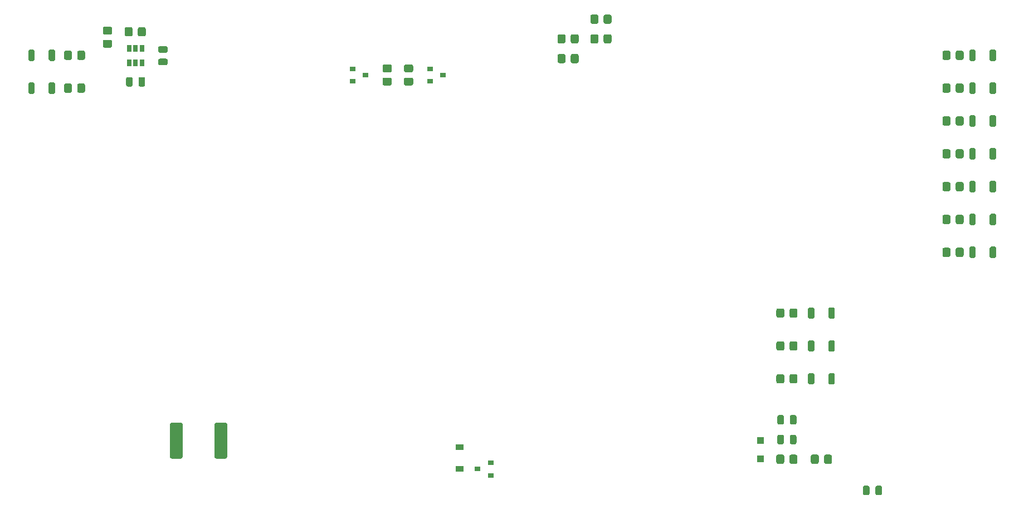
<source format=gbr>
G04 #@! TF.GenerationSoftware,KiCad,Pcbnew,(5.1.9-0-10_14)*
G04 #@! TF.CreationDate,2021-03-25T00:39:28-05:00*
G04 #@! TF.ProjectId,ClimateSprinklerController,436c696d-6174-4655-9370-72696e6b6c65,rev?*
G04 #@! TF.SameCoordinates,Original*
G04 #@! TF.FileFunction,Paste,Bot*
G04 #@! TF.FilePolarity,Positive*
%FSLAX46Y46*%
G04 Gerber Fmt 4.6, Leading zero omitted, Abs format (unit mm)*
G04 Created by KiCad (PCBNEW (5.1.9-0-10_14)) date 2021-03-25 00:39:28*
%MOMM*%
%LPD*%
G01*
G04 APERTURE LIST*
%ADD10R,1.100000X1.100000*%
%ADD11R,0.650000X1.060000*%
%ADD12R,0.900000X0.800000*%
%ADD13R,1.200000X0.900000*%
G04 APERTURE END LIST*
G36*
G01*
X88950001Y-56100000D02*
X88049999Y-56100000D01*
G75*
G02*
X87800000Y-55850001I0J249999D01*
G01*
X87800000Y-55149999D01*
G75*
G02*
X88049999Y-54900000I249999J0D01*
G01*
X88950001Y-54900000D01*
G75*
G02*
X89200000Y-55149999I0J-249999D01*
G01*
X89200000Y-55850001D01*
G75*
G02*
X88950001Y-56100000I-249999J0D01*
G01*
G37*
G36*
G01*
X88950001Y-58100000D02*
X88049999Y-58100000D01*
G75*
G02*
X87800000Y-57850001I0J249999D01*
G01*
X87800000Y-57149999D01*
G75*
G02*
X88049999Y-56900000I249999J0D01*
G01*
X88950001Y-56900000D01*
G75*
G02*
X89200000Y-57149999I0J-249999D01*
G01*
X89200000Y-57850001D01*
G75*
G02*
X88950001Y-58100000I-249999J0D01*
G01*
G37*
G36*
G01*
X163100000Y-56299999D02*
X163100000Y-57200001D01*
G75*
G02*
X162850001Y-57450000I-249999J0D01*
G01*
X162149999Y-57450000D01*
G75*
G02*
X161900000Y-57200001I0J249999D01*
G01*
X161900000Y-56299999D01*
G75*
G02*
X162149999Y-56050000I249999J0D01*
G01*
X162850001Y-56050000D01*
G75*
G02*
X163100000Y-56299999I0J-249999D01*
G01*
G37*
G36*
G01*
X165100000Y-56299999D02*
X165100000Y-57200001D01*
G75*
G02*
X164850001Y-57450000I-249999J0D01*
G01*
X164149999Y-57450000D01*
G75*
G02*
X163900000Y-57200001I0J249999D01*
G01*
X163900000Y-56299999D01*
G75*
G02*
X164149999Y-56050000I249999J0D01*
G01*
X164850001Y-56050000D01*
G75*
G02*
X165100000Y-56299999I0J-249999D01*
G01*
G37*
D10*
X187750000Y-120650000D03*
X187750000Y-117850000D03*
G36*
G01*
X85100000Y-58799999D02*
X85100000Y-59700001D01*
G75*
G02*
X84850001Y-59950000I-249999J0D01*
G01*
X84149999Y-59950000D01*
G75*
G02*
X83900000Y-59700001I0J249999D01*
G01*
X83900000Y-58799999D01*
G75*
G02*
X84149999Y-58550000I249999J0D01*
G01*
X84850001Y-58550000D01*
G75*
G02*
X85100000Y-58799999I0J-249999D01*
G01*
G37*
G36*
G01*
X83100000Y-58799999D02*
X83100000Y-59700001D01*
G75*
G02*
X82850001Y-59950000I-249999J0D01*
G01*
X82149999Y-59950000D01*
G75*
G02*
X81900000Y-59700001I0J249999D01*
G01*
X81900000Y-58799999D01*
G75*
G02*
X82149999Y-58550000I249999J0D01*
G01*
X82850001Y-58550000D01*
G75*
G02*
X83100000Y-58799999I0J-249999D01*
G01*
G37*
G36*
G01*
X191350000Y-98049999D02*
X191350000Y-98950001D01*
G75*
G02*
X191100001Y-99200000I-249999J0D01*
G01*
X190399999Y-99200000D01*
G75*
G02*
X190150000Y-98950001I0J249999D01*
G01*
X190150000Y-98049999D01*
G75*
G02*
X190399999Y-97800000I249999J0D01*
G01*
X191100001Y-97800000D01*
G75*
G02*
X191350000Y-98049999I0J-249999D01*
G01*
G37*
G36*
G01*
X193350000Y-98049999D02*
X193350000Y-98950001D01*
G75*
G02*
X193100001Y-99200000I-249999J0D01*
G01*
X192399999Y-99200000D01*
G75*
G02*
X192150000Y-98950001I0J249999D01*
G01*
X192150000Y-98049999D01*
G75*
G02*
X192399999Y-97800000I249999J0D01*
G01*
X193100001Y-97800000D01*
G75*
G02*
X193350000Y-98049999I0J-249999D01*
G01*
G37*
G36*
G01*
X198075000Y-99185000D02*
X198075000Y-97815000D01*
G75*
G02*
X198265000Y-97625000I190000J0D01*
G01*
X198835000Y-97625000D01*
G75*
G02*
X199025000Y-97815000I0J-190000D01*
G01*
X199025000Y-99185000D01*
G75*
G02*
X198835000Y-99375000I-190000J0D01*
G01*
X198265000Y-99375000D01*
G75*
G02*
X198075000Y-99185000I0J190000D01*
G01*
G37*
G36*
G01*
X194975000Y-99185000D02*
X194975000Y-97815000D01*
G75*
G02*
X195165000Y-97625000I190000J0D01*
G01*
X195735000Y-97625000D01*
G75*
G02*
X195925000Y-97815000I0J-190000D01*
G01*
X195925000Y-99185000D01*
G75*
G02*
X195735000Y-99375000I-190000J0D01*
G01*
X195165000Y-99375000D01*
G75*
G02*
X194975000Y-99185000I0J190000D01*
G01*
G37*
D11*
X92770000Y-58215000D03*
X93720000Y-58215000D03*
X91820000Y-58215000D03*
X91820000Y-60415000D03*
X92770000Y-60415000D03*
X93720000Y-60415000D03*
G36*
G01*
X93120000Y-56125001D02*
X93120000Y-55224999D01*
G75*
G02*
X93369999Y-54975000I249999J0D01*
G01*
X94070001Y-54975000D01*
G75*
G02*
X94320000Y-55224999I0J-249999D01*
G01*
X94320000Y-56125001D01*
G75*
G02*
X94070001Y-56375000I-249999J0D01*
G01*
X93369999Y-56375000D01*
G75*
G02*
X93120000Y-56125001I0J249999D01*
G01*
G37*
G36*
G01*
X91120000Y-56125001D02*
X91120000Y-55224999D01*
G75*
G02*
X91369999Y-54975000I249999J0D01*
G01*
X92070001Y-54975000D01*
G75*
G02*
X92320000Y-55224999I0J-249999D01*
G01*
X92320000Y-56125001D01*
G75*
G02*
X92070001Y-56375000I-249999J0D01*
G01*
X91369999Y-56375000D01*
G75*
G02*
X91120000Y-56125001I0J249999D01*
G01*
G37*
G36*
G01*
X96450000Y-57865000D02*
X97400000Y-57865000D01*
G75*
G02*
X97650000Y-58115000I0J-250000D01*
G01*
X97650000Y-58615000D01*
G75*
G02*
X97400000Y-58865000I-250000J0D01*
G01*
X96450000Y-58865000D01*
G75*
G02*
X96200000Y-58615000I0J250000D01*
G01*
X96200000Y-58115000D01*
G75*
G02*
X96450000Y-57865000I250000J0D01*
G01*
G37*
G36*
G01*
X96450000Y-59765000D02*
X97400000Y-59765000D01*
G75*
G02*
X97650000Y-60015000I0J-250000D01*
G01*
X97650000Y-60515000D01*
G75*
G02*
X97400000Y-60765000I-250000J0D01*
G01*
X96450000Y-60765000D01*
G75*
G02*
X96200000Y-60515000I0J250000D01*
G01*
X96200000Y-60015000D01*
G75*
G02*
X96450000Y-59765000I250000J0D01*
G01*
G37*
G36*
G01*
X92320000Y-62820000D02*
X92320000Y-63770000D01*
G75*
G02*
X92070000Y-64020000I-250000J0D01*
G01*
X91570000Y-64020000D01*
G75*
G02*
X91320000Y-63770000I0J250000D01*
G01*
X91320000Y-62820000D01*
G75*
G02*
X91570000Y-62570000I250000J0D01*
G01*
X92070000Y-62570000D01*
G75*
G02*
X92320000Y-62820000I0J-250000D01*
G01*
G37*
G36*
G01*
X94220000Y-62820000D02*
X94220000Y-63770000D01*
G75*
G02*
X93970000Y-64020000I-250000J0D01*
G01*
X93470000Y-64020000D01*
G75*
G02*
X93220000Y-63770000I0J250000D01*
G01*
X93220000Y-62820000D01*
G75*
G02*
X93470000Y-62570000I250000J0D01*
G01*
X93970000Y-62570000D01*
G75*
G02*
X94220000Y-62820000I0J-250000D01*
G01*
G37*
G36*
G01*
X192200000Y-118225000D02*
X192200000Y-117275000D01*
G75*
G02*
X192450000Y-117025000I250000J0D01*
G01*
X192950000Y-117025000D01*
G75*
G02*
X193200000Y-117275000I0J-250000D01*
G01*
X193200000Y-118225000D01*
G75*
G02*
X192950000Y-118475000I-250000J0D01*
G01*
X192450000Y-118475000D01*
G75*
G02*
X192200000Y-118225000I0J250000D01*
G01*
G37*
G36*
G01*
X190300000Y-118225000D02*
X190300000Y-117275000D01*
G75*
G02*
X190550000Y-117025000I250000J0D01*
G01*
X191050000Y-117025000D01*
G75*
G02*
X191300000Y-117275000I0J-250000D01*
G01*
X191300000Y-118225000D01*
G75*
G02*
X191050000Y-118475000I-250000J0D01*
G01*
X190550000Y-118475000D01*
G75*
G02*
X190300000Y-118225000I0J250000D01*
G01*
G37*
G36*
G01*
X198600000Y-120299600D02*
X198600000Y-121200400D01*
G75*
G02*
X198350400Y-121450000I-249600J0D01*
G01*
X197649600Y-121450000D01*
G75*
G02*
X197400000Y-121200400I0J249600D01*
G01*
X197400000Y-120299600D01*
G75*
G02*
X197649600Y-120050000I249600J0D01*
G01*
X198350400Y-120050000D01*
G75*
G02*
X198600000Y-120299600I0J-249600D01*
G01*
G37*
G36*
G01*
X196600000Y-120299600D02*
X196600000Y-121200400D01*
G75*
G02*
X196350400Y-121450000I-249600J0D01*
G01*
X195649600Y-121450000D01*
G75*
G02*
X195400000Y-121200400I0J249600D01*
G01*
X195400000Y-120299600D01*
G75*
G02*
X195649600Y-120050000I249600J0D01*
G01*
X196350400Y-120050000D01*
G75*
G02*
X196600000Y-120299600I0J-249600D01*
G01*
G37*
G36*
G01*
X193350000Y-120299999D02*
X193350000Y-121200001D01*
G75*
G02*
X193100001Y-121450000I-249999J0D01*
G01*
X192399999Y-121450000D01*
G75*
G02*
X192150000Y-121200001I0J249999D01*
G01*
X192150000Y-120299999D01*
G75*
G02*
X192399999Y-120050000I249999J0D01*
G01*
X193100001Y-120050000D01*
G75*
G02*
X193350000Y-120299999I0J-249999D01*
G01*
G37*
G36*
G01*
X191350000Y-120299999D02*
X191350000Y-121200001D01*
G75*
G02*
X191100001Y-121450000I-249999J0D01*
G01*
X190399999Y-121450000D01*
G75*
G02*
X190150000Y-121200001I0J249999D01*
G01*
X190150000Y-120299999D01*
G75*
G02*
X190399999Y-120050000I249999J0D01*
G01*
X191100001Y-120050000D01*
G75*
G02*
X191350000Y-120299999I0J-249999D01*
G01*
G37*
G36*
G01*
X191350000Y-103049999D02*
X191350000Y-103950001D01*
G75*
G02*
X191100001Y-104200000I-249999J0D01*
G01*
X190399999Y-104200000D01*
G75*
G02*
X190150000Y-103950001I0J249999D01*
G01*
X190150000Y-103049999D01*
G75*
G02*
X190399999Y-102800000I249999J0D01*
G01*
X191100001Y-102800000D01*
G75*
G02*
X191350000Y-103049999I0J-249999D01*
G01*
G37*
G36*
G01*
X193350000Y-103049999D02*
X193350000Y-103950001D01*
G75*
G02*
X193100001Y-104200000I-249999J0D01*
G01*
X192399999Y-104200000D01*
G75*
G02*
X192150000Y-103950001I0J249999D01*
G01*
X192150000Y-103049999D01*
G75*
G02*
X192399999Y-102800000I249999J0D01*
G01*
X193100001Y-102800000D01*
G75*
G02*
X193350000Y-103049999I0J-249999D01*
G01*
G37*
G36*
G01*
X191350000Y-108049999D02*
X191350000Y-108950001D01*
G75*
G02*
X191100001Y-109200000I-249999J0D01*
G01*
X190399999Y-109200000D01*
G75*
G02*
X190150000Y-108950001I0J249999D01*
G01*
X190150000Y-108049999D01*
G75*
G02*
X190399999Y-107800000I249999J0D01*
G01*
X191100001Y-107800000D01*
G75*
G02*
X191350000Y-108049999I0J-249999D01*
G01*
G37*
G36*
G01*
X193350000Y-108049999D02*
X193350000Y-108950001D01*
G75*
G02*
X193100001Y-109200000I-249999J0D01*
G01*
X192399999Y-109200000D01*
G75*
G02*
X192150000Y-108950001I0J249999D01*
G01*
X192150000Y-108049999D01*
G75*
G02*
X192399999Y-107800000I249999J0D01*
G01*
X193100001Y-107800000D01*
G75*
G02*
X193350000Y-108049999I0J-249999D01*
G01*
G37*
G36*
G01*
X198075000Y-104185000D02*
X198075000Y-102815000D01*
G75*
G02*
X198265000Y-102625000I190000J0D01*
G01*
X198835000Y-102625000D01*
G75*
G02*
X199025000Y-102815000I0J-190000D01*
G01*
X199025000Y-104185000D01*
G75*
G02*
X198835000Y-104375000I-190000J0D01*
G01*
X198265000Y-104375000D01*
G75*
G02*
X198075000Y-104185000I0J190000D01*
G01*
G37*
G36*
G01*
X194975000Y-104185000D02*
X194975000Y-102815000D01*
G75*
G02*
X195165000Y-102625000I190000J0D01*
G01*
X195735000Y-102625000D01*
G75*
G02*
X195925000Y-102815000I0J-190000D01*
G01*
X195925000Y-104185000D01*
G75*
G02*
X195735000Y-104375000I-190000J0D01*
G01*
X195165000Y-104375000D01*
G75*
G02*
X194975000Y-104185000I0J190000D01*
G01*
G37*
G36*
G01*
X198075000Y-109185000D02*
X198075000Y-107815000D01*
G75*
G02*
X198265000Y-107625000I190000J0D01*
G01*
X198835000Y-107625000D01*
G75*
G02*
X199025000Y-107815000I0J-190000D01*
G01*
X199025000Y-109185000D01*
G75*
G02*
X198835000Y-109375000I-190000J0D01*
G01*
X198265000Y-109375000D01*
G75*
G02*
X198075000Y-109185000I0J190000D01*
G01*
G37*
G36*
G01*
X194975000Y-109185000D02*
X194975000Y-107815000D01*
G75*
G02*
X195165000Y-107625000I190000J0D01*
G01*
X195735000Y-107625000D01*
G75*
G02*
X195925000Y-107815000I0J-190000D01*
G01*
X195925000Y-109185000D01*
G75*
G02*
X195735000Y-109375000I-190000J0D01*
G01*
X195165000Y-109375000D01*
G75*
G02*
X194975000Y-109185000I0J190000D01*
G01*
G37*
G36*
G01*
X192200000Y-115225000D02*
X192200000Y-114275000D01*
G75*
G02*
X192450000Y-114025000I250000J0D01*
G01*
X192950000Y-114025000D01*
G75*
G02*
X193200000Y-114275000I0J-250000D01*
G01*
X193200000Y-115225000D01*
G75*
G02*
X192950000Y-115475000I-250000J0D01*
G01*
X192450000Y-115475000D01*
G75*
G02*
X192200000Y-115225000I0J250000D01*
G01*
G37*
G36*
G01*
X190300000Y-115225000D02*
X190300000Y-114275000D01*
G75*
G02*
X190550000Y-114025000I250000J0D01*
G01*
X191050000Y-114025000D01*
G75*
G02*
X191300000Y-114275000I0J-250000D01*
G01*
X191300000Y-115225000D01*
G75*
G02*
X191050000Y-115475000I-250000J0D01*
G01*
X190550000Y-115475000D01*
G75*
G02*
X190300000Y-115225000I0J250000D01*
G01*
G37*
G36*
G01*
X134700001Y-63850000D02*
X133799999Y-63850000D01*
G75*
G02*
X133550000Y-63600001I0J249999D01*
G01*
X133550000Y-62899999D01*
G75*
G02*
X133799999Y-62650000I249999J0D01*
G01*
X134700001Y-62650000D01*
G75*
G02*
X134950000Y-62899999I0J-249999D01*
G01*
X134950000Y-63600001D01*
G75*
G02*
X134700001Y-63850000I-249999J0D01*
G01*
G37*
G36*
G01*
X134700001Y-61850000D02*
X133799999Y-61850000D01*
G75*
G02*
X133550000Y-61600001I0J249999D01*
G01*
X133550000Y-60899999D01*
G75*
G02*
X133799999Y-60650000I249999J0D01*
G01*
X134700001Y-60650000D01*
G75*
G02*
X134950000Y-60899999I0J-249999D01*
G01*
X134950000Y-61600001D01*
G75*
G02*
X134700001Y-61850000I-249999J0D01*
G01*
G37*
G36*
G01*
X130549999Y-60650000D02*
X131450001Y-60650000D01*
G75*
G02*
X131700000Y-60899999I0J-249999D01*
G01*
X131700000Y-61600001D01*
G75*
G02*
X131450001Y-61850000I-249999J0D01*
G01*
X130549999Y-61850000D01*
G75*
G02*
X130300000Y-61600001I0J249999D01*
G01*
X130300000Y-60899999D01*
G75*
G02*
X130549999Y-60650000I249999J0D01*
G01*
G37*
G36*
G01*
X130549999Y-62650000D02*
X131450001Y-62650000D01*
G75*
G02*
X131700000Y-62899999I0J-249999D01*
G01*
X131700000Y-63600001D01*
G75*
G02*
X131450001Y-63850000I-249999J0D01*
G01*
X130549999Y-63850000D01*
G75*
G02*
X130300000Y-63600001I0J249999D01*
G01*
X130300000Y-62899999D01*
G75*
G02*
X130549999Y-62650000I249999J0D01*
G01*
G37*
D12*
X125750000Y-63200000D03*
X125750000Y-61300000D03*
X127750000Y-62250000D03*
X137500000Y-63200000D03*
X137500000Y-61300000D03*
X139500000Y-62250000D03*
G36*
G01*
X216600000Y-83799999D02*
X216600000Y-84700001D01*
G75*
G02*
X216350001Y-84950000I-249999J0D01*
G01*
X215649999Y-84950000D01*
G75*
G02*
X215400000Y-84700001I0J249999D01*
G01*
X215400000Y-83799999D01*
G75*
G02*
X215649999Y-83550000I249999J0D01*
G01*
X216350001Y-83550000D01*
G75*
G02*
X216600000Y-83799999I0J-249999D01*
G01*
G37*
G36*
G01*
X218600000Y-83799999D02*
X218600000Y-84700001D01*
G75*
G02*
X218350001Y-84950000I-249999J0D01*
G01*
X217649999Y-84950000D01*
G75*
G02*
X217400000Y-84700001I0J249999D01*
G01*
X217400000Y-83799999D01*
G75*
G02*
X217649999Y-83550000I249999J0D01*
G01*
X218350001Y-83550000D01*
G75*
G02*
X218600000Y-83799999I0J-249999D01*
G01*
G37*
G36*
G01*
X216600000Y-78799999D02*
X216600000Y-79700001D01*
G75*
G02*
X216350001Y-79950000I-249999J0D01*
G01*
X215649999Y-79950000D01*
G75*
G02*
X215400000Y-79700001I0J249999D01*
G01*
X215400000Y-78799999D01*
G75*
G02*
X215649999Y-78550000I249999J0D01*
G01*
X216350001Y-78550000D01*
G75*
G02*
X216600000Y-78799999I0J-249999D01*
G01*
G37*
G36*
G01*
X218600000Y-78799999D02*
X218600000Y-79700001D01*
G75*
G02*
X218350001Y-79950000I-249999J0D01*
G01*
X217649999Y-79950000D01*
G75*
G02*
X217400000Y-79700001I0J249999D01*
G01*
X217400000Y-78799999D01*
G75*
G02*
X217649999Y-78550000I249999J0D01*
G01*
X218350001Y-78550000D01*
G75*
G02*
X218600000Y-78799999I0J-249999D01*
G01*
G37*
G36*
G01*
X216600000Y-73799999D02*
X216600000Y-74700001D01*
G75*
G02*
X216350001Y-74950000I-249999J0D01*
G01*
X215649999Y-74950000D01*
G75*
G02*
X215400000Y-74700001I0J249999D01*
G01*
X215400000Y-73799999D01*
G75*
G02*
X215649999Y-73550000I249999J0D01*
G01*
X216350001Y-73550000D01*
G75*
G02*
X216600000Y-73799999I0J-249999D01*
G01*
G37*
G36*
G01*
X218600000Y-73799999D02*
X218600000Y-74700001D01*
G75*
G02*
X218350001Y-74950000I-249999J0D01*
G01*
X217649999Y-74950000D01*
G75*
G02*
X217400000Y-74700001I0J249999D01*
G01*
X217400000Y-73799999D01*
G75*
G02*
X217649999Y-73550000I249999J0D01*
G01*
X218350001Y-73550000D01*
G75*
G02*
X218600000Y-73799999I0J-249999D01*
G01*
G37*
G36*
G01*
X216600000Y-68799999D02*
X216600000Y-69700001D01*
G75*
G02*
X216350001Y-69950000I-249999J0D01*
G01*
X215649999Y-69950000D01*
G75*
G02*
X215400000Y-69700001I0J249999D01*
G01*
X215400000Y-68799999D01*
G75*
G02*
X215649999Y-68550000I249999J0D01*
G01*
X216350001Y-68550000D01*
G75*
G02*
X216600000Y-68799999I0J-249999D01*
G01*
G37*
G36*
G01*
X218600000Y-68799999D02*
X218600000Y-69700001D01*
G75*
G02*
X218350001Y-69950000I-249999J0D01*
G01*
X217649999Y-69950000D01*
G75*
G02*
X217400000Y-69700001I0J249999D01*
G01*
X217400000Y-68799999D01*
G75*
G02*
X217649999Y-68550000I249999J0D01*
G01*
X218350001Y-68550000D01*
G75*
G02*
X218600000Y-68799999I0J-249999D01*
G01*
G37*
G36*
G01*
X216600000Y-63799999D02*
X216600000Y-64700001D01*
G75*
G02*
X216350001Y-64950000I-249999J0D01*
G01*
X215649999Y-64950000D01*
G75*
G02*
X215400000Y-64700001I0J249999D01*
G01*
X215400000Y-63799999D01*
G75*
G02*
X215649999Y-63550000I249999J0D01*
G01*
X216350001Y-63550000D01*
G75*
G02*
X216600000Y-63799999I0J-249999D01*
G01*
G37*
G36*
G01*
X218600000Y-63799999D02*
X218600000Y-64700001D01*
G75*
G02*
X218350001Y-64950000I-249999J0D01*
G01*
X217649999Y-64950000D01*
G75*
G02*
X217400000Y-64700001I0J249999D01*
G01*
X217400000Y-63799999D01*
G75*
G02*
X217649999Y-63550000I249999J0D01*
G01*
X218350001Y-63550000D01*
G75*
G02*
X218600000Y-63799999I0J-249999D01*
G01*
G37*
G36*
G01*
X217400000Y-89700001D02*
X217400000Y-88799999D01*
G75*
G02*
X217649999Y-88550000I249999J0D01*
G01*
X218350001Y-88550000D01*
G75*
G02*
X218600000Y-88799999I0J-249999D01*
G01*
X218600000Y-89700001D01*
G75*
G02*
X218350001Y-89950000I-249999J0D01*
G01*
X217649999Y-89950000D01*
G75*
G02*
X217400000Y-89700001I0J249999D01*
G01*
G37*
G36*
G01*
X215400000Y-89700001D02*
X215400000Y-88799999D01*
G75*
G02*
X215649999Y-88550000I249999J0D01*
G01*
X216350001Y-88550000D01*
G75*
G02*
X216600000Y-88799999I0J-249999D01*
G01*
X216600000Y-89700001D01*
G75*
G02*
X216350001Y-89950000I-249999J0D01*
G01*
X215649999Y-89950000D01*
G75*
G02*
X215400000Y-89700001I0J249999D01*
G01*
G37*
G36*
G01*
X165100000Y-53299999D02*
X165100000Y-54200001D01*
G75*
G02*
X164850001Y-54450000I-249999J0D01*
G01*
X164149999Y-54450000D01*
G75*
G02*
X163900000Y-54200001I0J249999D01*
G01*
X163900000Y-53299999D01*
G75*
G02*
X164149999Y-53050000I249999J0D01*
G01*
X164850001Y-53050000D01*
G75*
G02*
X165100000Y-53299999I0J-249999D01*
G01*
G37*
G36*
G01*
X163100000Y-53299999D02*
X163100000Y-54200001D01*
G75*
G02*
X162850001Y-54450000I-249999J0D01*
G01*
X162149999Y-54450000D01*
G75*
G02*
X161900000Y-54200001I0J249999D01*
G01*
X161900000Y-53299999D01*
G75*
G02*
X162149999Y-53050000I249999J0D01*
G01*
X162850001Y-53050000D01*
G75*
G02*
X163100000Y-53299999I0J-249999D01*
G01*
G37*
G36*
G01*
X81900000Y-64700001D02*
X81900000Y-63799999D01*
G75*
G02*
X82149999Y-63550000I249999J0D01*
G01*
X82850001Y-63550000D01*
G75*
G02*
X83100000Y-63799999I0J-249999D01*
G01*
X83100000Y-64700001D01*
G75*
G02*
X82850001Y-64950000I-249999J0D01*
G01*
X82149999Y-64950000D01*
G75*
G02*
X81900000Y-64700001I0J249999D01*
G01*
G37*
G36*
G01*
X83900000Y-64700001D02*
X83900000Y-63799999D01*
G75*
G02*
X84149999Y-63550000I249999J0D01*
G01*
X84850001Y-63550000D01*
G75*
G02*
X85100000Y-63799999I0J-249999D01*
G01*
X85100000Y-64700001D01*
G75*
G02*
X84850001Y-64950000I-249999J0D01*
G01*
X84149999Y-64950000D01*
G75*
G02*
X83900000Y-64700001I0J249999D01*
G01*
G37*
G36*
G01*
X215400000Y-59700001D02*
X215400000Y-58799999D01*
G75*
G02*
X215649999Y-58550000I249999J0D01*
G01*
X216350001Y-58550000D01*
G75*
G02*
X216600000Y-58799999I0J-249999D01*
G01*
X216600000Y-59700001D01*
G75*
G02*
X216350001Y-59950000I-249999J0D01*
G01*
X215649999Y-59950000D01*
G75*
G02*
X215400000Y-59700001I0J249999D01*
G01*
G37*
G36*
G01*
X217400000Y-59700001D02*
X217400000Y-58799999D01*
G75*
G02*
X217649999Y-58550000I249999J0D01*
G01*
X218350001Y-58550000D01*
G75*
G02*
X218600000Y-58799999I0J-249999D01*
G01*
X218600000Y-59700001D01*
G75*
G02*
X218350001Y-59950000I-249999J0D01*
G01*
X217649999Y-59950000D01*
G75*
G02*
X217400000Y-59700001I0J249999D01*
G01*
G37*
G36*
G01*
X158900000Y-57200001D02*
X158900000Y-56299999D01*
G75*
G02*
X159149999Y-56050000I249999J0D01*
G01*
X159850001Y-56050000D01*
G75*
G02*
X160100000Y-56299999I0J-249999D01*
G01*
X160100000Y-57200001D01*
G75*
G02*
X159850001Y-57450000I-249999J0D01*
G01*
X159149999Y-57450000D01*
G75*
G02*
X158900000Y-57200001I0J249999D01*
G01*
G37*
G36*
G01*
X156900000Y-57200001D02*
X156900000Y-56299999D01*
G75*
G02*
X157149999Y-56050000I249999J0D01*
G01*
X157850001Y-56050000D01*
G75*
G02*
X158100000Y-56299999I0J-249999D01*
G01*
X158100000Y-57200001D01*
G75*
G02*
X157850001Y-57450000I-249999J0D01*
G01*
X157149999Y-57450000D01*
G75*
G02*
X156900000Y-57200001I0J249999D01*
G01*
G37*
G36*
G01*
X156900000Y-60200001D02*
X156900000Y-59299999D01*
G75*
G02*
X157149999Y-59050000I249999J0D01*
G01*
X157850001Y-59050000D01*
G75*
G02*
X158100000Y-59299999I0J-249999D01*
G01*
X158100000Y-60200001D01*
G75*
G02*
X157850001Y-60450000I-249999J0D01*
G01*
X157149999Y-60450000D01*
G75*
G02*
X156900000Y-60200001I0J249999D01*
G01*
G37*
G36*
G01*
X158900000Y-60200001D02*
X158900000Y-59299999D01*
G75*
G02*
X159149999Y-59050000I249999J0D01*
G01*
X159850001Y-59050000D01*
G75*
G02*
X160100000Y-59299999I0J-249999D01*
G01*
X160100000Y-60200001D01*
G75*
G02*
X159850001Y-60450000I-249999J0D01*
G01*
X159149999Y-60450000D01*
G75*
G02*
X158900000Y-60200001I0J249999D01*
G01*
G37*
G36*
G01*
X205200000Y-125975000D02*
X205200000Y-125025000D01*
G75*
G02*
X205450000Y-124775000I250000J0D01*
G01*
X205950000Y-124775000D01*
G75*
G02*
X206200000Y-125025000I0J-250000D01*
G01*
X206200000Y-125975000D01*
G75*
G02*
X205950000Y-126225000I-250000J0D01*
G01*
X205450000Y-126225000D01*
G75*
G02*
X205200000Y-125975000I0J250000D01*
G01*
G37*
G36*
G01*
X203300000Y-125975000D02*
X203300000Y-125025000D01*
G75*
G02*
X203550000Y-124775000I250000J0D01*
G01*
X204050000Y-124775000D01*
G75*
G02*
X204300000Y-125025000I0J-250000D01*
G01*
X204300000Y-125975000D01*
G75*
G02*
X204050000Y-126225000I-250000J0D01*
G01*
X203550000Y-126225000D01*
G75*
G02*
X203300000Y-125975000I0J250000D01*
G01*
G37*
X144750000Y-122250000D03*
X146750000Y-123200000D03*
X146750000Y-121300000D03*
G36*
G01*
X97997500Y-120395001D02*
X97997500Y-115444999D01*
G75*
G02*
X98247499Y-115195000I249999J0D01*
G01*
X99672501Y-115195000D01*
G75*
G02*
X99922500Y-115444999I0J-249999D01*
G01*
X99922500Y-120395001D01*
G75*
G02*
X99672501Y-120645000I-249999J0D01*
G01*
X98247499Y-120645000D01*
G75*
G02*
X97997500Y-120395001I0J249999D01*
G01*
G37*
G36*
G01*
X104772500Y-120395001D02*
X104772500Y-115444999D01*
G75*
G02*
X105022499Y-115195000I249999J0D01*
G01*
X106447501Y-115195000D01*
G75*
G02*
X106697500Y-115444999I0J-249999D01*
G01*
X106697500Y-120395001D01*
G75*
G02*
X106447501Y-120645000I-249999J0D01*
G01*
X105022499Y-120645000D01*
G75*
G02*
X104772500Y-120395001I0J249999D01*
G01*
G37*
G36*
G01*
X219475000Y-64935000D02*
X219475000Y-63565000D01*
G75*
G02*
X219665000Y-63375000I190000J0D01*
G01*
X220235000Y-63375000D01*
G75*
G02*
X220425000Y-63565000I0J-190000D01*
G01*
X220425000Y-64935000D01*
G75*
G02*
X220235000Y-65125000I-190000J0D01*
G01*
X219665000Y-65125000D01*
G75*
G02*
X219475000Y-64935000I0J190000D01*
G01*
G37*
G36*
G01*
X222575000Y-64935000D02*
X222575000Y-63565000D01*
G75*
G02*
X222765000Y-63375000I190000J0D01*
G01*
X223335000Y-63375000D01*
G75*
G02*
X223525000Y-63565000I0J-190000D01*
G01*
X223525000Y-64935000D01*
G75*
G02*
X223335000Y-65125000I-190000J0D01*
G01*
X222765000Y-65125000D01*
G75*
G02*
X222575000Y-64935000I0J190000D01*
G01*
G37*
G36*
G01*
X219475000Y-74935000D02*
X219475000Y-73565000D01*
G75*
G02*
X219665000Y-73375000I190000J0D01*
G01*
X220235000Y-73375000D01*
G75*
G02*
X220425000Y-73565000I0J-190000D01*
G01*
X220425000Y-74935000D01*
G75*
G02*
X220235000Y-75125000I-190000J0D01*
G01*
X219665000Y-75125000D01*
G75*
G02*
X219475000Y-74935000I0J190000D01*
G01*
G37*
G36*
G01*
X222575000Y-74935000D02*
X222575000Y-73565000D01*
G75*
G02*
X222765000Y-73375000I190000J0D01*
G01*
X223335000Y-73375000D01*
G75*
G02*
X223525000Y-73565000I0J-190000D01*
G01*
X223525000Y-74935000D01*
G75*
G02*
X223335000Y-75125000I-190000J0D01*
G01*
X222765000Y-75125000D01*
G75*
G02*
X222575000Y-74935000I0J190000D01*
G01*
G37*
G36*
G01*
X219475000Y-69935000D02*
X219475000Y-68565000D01*
G75*
G02*
X219665000Y-68375000I190000J0D01*
G01*
X220235000Y-68375000D01*
G75*
G02*
X220425000Y-68565000I0J-190000D01*
G01*
X220425000Y-69935000D01*
G75*
G02*
X220235000Y-70125000I-190000J0D01*
G01*
X219665000Y-70125000D01*
G75*
G02*
X219475000Y-69935000I0J190000D01*
G01*
G37*
G36*
G01*
X222575000Y-69935000D02*
X222575000Y-68565000D01*
G75*
G02*
X222765000Y-68375000I190000J0D01*
G01*
X223335000Y-68375000D01*
G75*
G02*
X223525000Y-68565000I0J-190000D01*
G01*
X223525000Y-69935000D01*
G75*
G02*
X223335000Y-70125000I-190000J0D01*
G01*
X222765000Y-70125000D01*
G75*
G02*
X222575000Y-69935000I0J190000D01*
G01*
G37*
G36*
G01*
X219475000Y-84935000D02*
X219475000Y-83565000D01*
G75*
G02*
X219665000Y-83375000I190000J0D01*
G01*
X220235000Y-83375000D01*
G75*
G02*
X220425000Y-83565000I0J-190000D01*
G01*
X220425000Y-84935000D01*
G75*
G02*
X220235000Y-85125000I-190000J0D01*
G01*
X219665000Y-85125000D01*
G75*
G02*
X219475000Y-84935000I0J190000D01*
G01*
G37*
G36*
G01*
X222575000Y-84935000D02*
X222575000Y-83565000D01*
G75*
G02*
X222765000Y-83375000I190000J0D01*
G01*
X223335000Y-83375000D01*
G75*
G02*
X223525000Y-83565000I0J-190000D01*
G01*
X223525000Y-84935000D01*
G75*
G02*
X223335000Y-85125000I-190000J0D01*
G01*
X222765000Y-85125000D01*
G75*
G02*
X222575000Y-84935000I0J190000D01*
G01*
G37*
G36*
G01*
X219475000Y-79935000D02*
X219475000Y-78565000D01*
G75*
G02*
X219665000Y-78375000I190000J0D01*
G01*
X220235000Y-78375000D01*
G75*
G02*
X220425000Y-78565000I0J-190000D01*
G01*
X220425000Y-79935000D01*
G75*
G02*
X220235000Y-80125000I-190000J0D01*
G01*
X219665000Y-80125000D01*
G75*
G02*
X219475000Y-79935000I0J190000D01*
G01*
G37*
G36*
G01*
X222575000Y-79935000D02*
X222575000Y-78565000D01*
G75*
G02*
X222765000Y-78375000I190000J0D01*
G01*
X223335000Y-78375000D01*
G75*
G02*
X223525000Y-78565000I0J-190000D01*
G01*
X223525000Y-79935000D01*
G75*
G02*
X223335000Y-80125000I-190000J0D01*
G01*
X222765000Y-80125000D01*
G75*
G02*
X222575000Y-79935000I0J190000D01*
G01*
G37*
G36*
G01*
X219475000Y-89935000D02*
X219475000Y-88565000D01*
G75*
G02*
X219665000Y-88375000I190000J0D01*
G01*
X220235000Y-88375000D01*
G75*
G02*
X220425000Y-88565000I0J-190000D01*
G01*
X220425000Y-89935000D01*
G75*
G02*
X220235000Y-90125000I-190000J0D01*
G01*
X219665000Y-90125000D01*
G75*
G02*
X219475000Y-89935000I0J190000D01*
G01*
G37*
G36*
G01*
X222575000Y-89935000D02*
X222575000Y-88565000D01*
G75*
G02*
X222765000Y-88375000I190000J0D01*
G01*
X223335000Y-88375000D01*
G75*
G02*
X223525000Y-88565000I0J-190000D01*
G01*
X223525000Y-89935000D01*
G75*
G02*
X223335000Y-90125000I-190000J0D01*
G01*
X222765000Y-90125000D01*
G75*
G02*
X222575000Y-89935000I0J190000D01*
G01*
G37*
D13*
X142000000Y-122250000D03*
X142000000Y-118950000D03*
G36*
G01*
X79575000Y-64935000D02*
X79575000Y-63565000D01*
G75*
G02*
X79765000Y-63375000I190000J0D01*
G01*
X80335000Y-63375000D01*
G75*
G02*
X80525000Y-63565000I0J-190000D01*
G01*
X80525000Y-64935000D01*
G75*
G02*
X80335000Y-65125000I-190000J0D01*
G01*
X79765000Y-65125000D01*
G75*
G02*
X79575000Y-64935000I0J190000D01*
G01*
G37*
G36*
G01*
X76475000Y-64935000D02*
X76475000Y-63565000D01*
G75*
G02*
X76665000Y-63375000I190000J0D01*
G01*
X77235000Y-63375000D01*
G75*
G02*
X77425000Y-63565000I0J-190000D01*
G01*
X77425000Y-64935000D01*
G75*
G02*
X77235000Y-65125000I-190000J0D01*
G01*
X76665000Y-65125000D01*
G75*
G02*
X76475000Y-64935000I0J190000D01*
G01*
G37*
G36*
G01*
X222575000Y-59935000D02*
X222575000Y-58565000D01*
G75*
G02*
X222765000Y-58375000I190000J0D01*
G01*
X223335000Y-58375000D01*
G75*
G02*
X223525000Y-58565000I0J-190000D01*
G01*
X223525000Y-59935000D01*
G75*
G02*
X223335000Y-60125000I-190000J0D01*
G01*
X222765000Y-60125000D01*
G75*
G02*
X222575000Y-59935000I0J190000D01*
G01*
G37*
G36*
G01*
X219475000Y-59935000D02*
X219475000Y-58565000D01*
G75*
G02*
X219665000Y-58375000I190000J0D01*
G01*
X220235000Y-58375000D01*
G75*
G02*
X220425000Y-58565000I0J-190000D01*
G01*
X220425000Y-59935000D01*
G75*
G02*
X220235000Y-60125000I-190000J0D01*
G01*
X219665000Y-60125000D01*
G75*
G02*
X219475000Y-59935000I0J190000D01*
G01*
G37*
G36*
G01*
X79575000Y-59935000D02*
X79575000Y-58565000D01*
G75*
G02*
X79765000Y-58375000I190000J0D01*
G01*
X80335000Y-58375000D01*
G75*
G02*
X80525000Y-58565000I0J-190000D01*
G01*
X80525000Y-59935000D01*
G75*
G02*
X80335000Y-60125000I-190000J0D01*
G01*
X79765000Y-60125000D01*
G75*
G02*
X79575000Y-59935000I0J190000D01*
G01*
G37*
G36*
G01*
X76475000Y-59935000D02*
X76475000Y-58565000D01*
G75*
G02*
X76665000Y-58375000I190000J0D01*
G01*
X77235000Y-58375000D01*
G75*
G02*
X77425000Y-58565000I0J-190000D01*
G01*
X77425000Y-59935000D01*
G75*
G02*
X77235000Y-60125000I-190000J0D01*
G01*
X76665000Y-60125000D01*
G75*
G02*
X76475000Y-59935000I0J190000D01*
G01*
G37*
M02*

</source>
